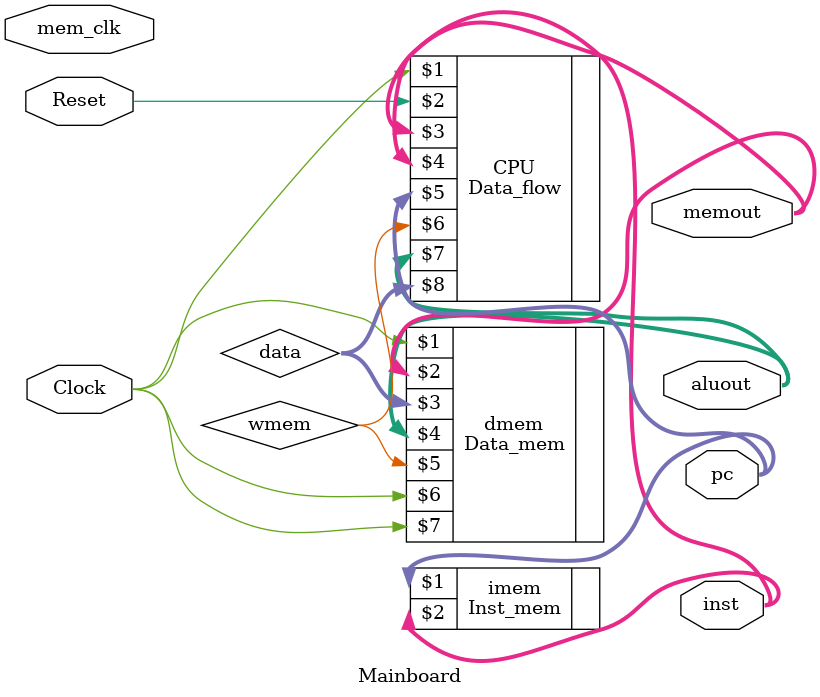
<source format=v>
module Mainboard(
	input Clock,
	input Reset,
	input mem_clk,
	output[31:0] inst,
	output[31:0] pc,
	output[31:0] aluout,
	output[31:0] memout
    );
	wire [31:0] data;
	wire        wmem;	
	Data_flow CPU (Clock , Reset , inst , memout , pc , wmem , aluout ,data);
    Inst_mem imem(pc , inst);
	Data_mem dmem(Clock , memout , data , aluout , wmem , Clock , Clock);
endmodule

</source>
